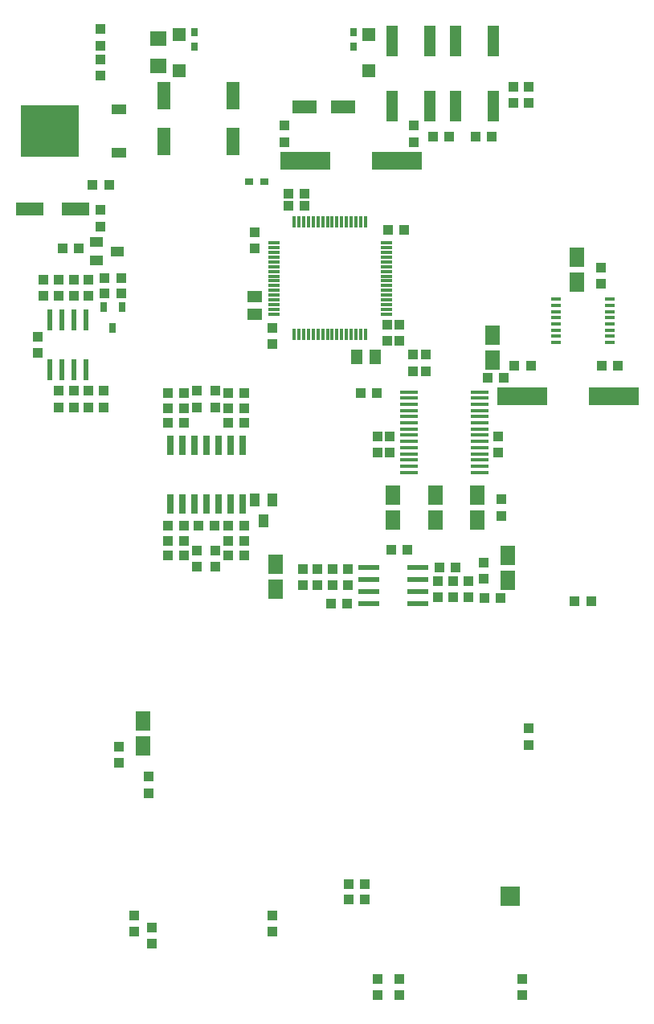
<source format=gbr>
G04 EAGLE Gerber RS-274X export*
G75*
%MOMM*%
%FSLAX34Y34*%
%LPD*%
%INSolderpaste Top*%
%IPPOS*%
%AMOC8*
5,1,8,0,0,1.08239X$1,22.5*%
G01*
G04 Define Apertures*
%ADD10R,5.334000X1.930400*%
%ADD11R,1.000000X1.100000*%
%ADD12R,1.200000X3.200000*%
%ADD13R,1.100000X1.000000*%
%ADD14R,0.300000X1.200000*%
%ADD15R,1.200000X0.300000*%
%ADD16R,1.500000X1.300000*%
%ADD17R,1.300000X1.500000*%
%ADD18R,0.660400X2.032000*%
%ADD19R,0.700000X1.000000*%
%ADD20R,3.000000X1.400000*%
%ADD21R,6.200000X5.400000*%
%ADD22R,1.600000X1.000000*%
%ADD23R,1.400000X1.400000*%
%ADD24R,1.905000X0.381000*%
%ADD25R,0.850000X0.700000*%
%ADD26R,1.500000X2.000000*%
%ADD27R,2.200000X0.600000*%
%ADD28R,1.803000X1.600000*%
%ADD29R,1.400000X3.000000*%
%ADD30R,2.600000X1.400000*%
%ADD31R,1.000000X0.350000*%
%ADD32R,0.600000X2.200000*%
%ADD33R,1.400000X1.000000*%
%ADD34R,1.000000X1.400000*%
%ADD35R,0.700000X0.850000*%
%ADD36R,2.032000X2.032000*%
D10*
X323215Y898525D03*
X419735Y898525D03*
D11*
X301625Y935600D03*
X301625Y918600D03*
D12*
X454975Y1024600D03*
X454975Y956600D03*
X414975Y956600D03*
X414975Y1024600D03*
D11*
X458225Y923925D03*
X475225Y923925D03*
X438150Y935600D03*
X438150Y918600D03*
D12*
X481650Y956600D03*
X481650Y1024600D03*
X521650Y1024600D03*
X521650Y956600D03*
D11*
X502675Y923925D03*
X519675Y923925D03*
X422275Y726050D03*
X422275Y709050D03*
X269876Y806205D03*
X269876Y823205D03*
X288925Y722875D03*
X288925Y705875D03*
D13*
X322825Y850900D03*
X305825Y850900D03*
X322825Y863600D03*
X305825Y863600D03*
D11*
X400050Y608575D03*
X400050Y591575D03*
X412750Y608575D03*
X412750Y591575D03*
D13*
X410600Y825501D03*
X427600Y825501D03*
D14*
X386750Y834064D03*
X381750Y834064D03*
X376750Y834064D03*
X371750Y834064D03*
X366750Y834064D03*
X361750Y834064D03*
X356750Y834064D03*
X351750Y834064D03*
X346750Y834064D03*
X341750Y834064D03*
X336750Y834064D03*
X331750Y834064D03*
X326750Y834064D03*
X321750Y834064D03*
X316750Y834064D03*
X311750Y834064D03*
D15*
X290140Y812200D03*
X290140Y807200D03*
X290140Y802200D03*
X290140Y797200D03*
X290140Y792200D03*
X290140Y787200D03*
X290140Y782200D03*
X290140Y777200D03*
X290140Y772200D03*
X290140Y767200D03*
X290140Y762200D03*
X290140Y757200D03*
X290140Y752200D03*
X290140Y747200D03*
X290140Y742200D03*
X290140Y737200D03*
D14*
X311750Y715844D03*
X316750Y715844D03*
X321750Y715844D03*
X326750Y715844D03*
X331750Y715844D03*
X336750Y715844D03*
X341750Y715844D03*
X346750Y715844D03*
X351750Y715844D03*
X356750Y715844D03*
X361750Y715844D03*
X366750Y715844D03*
X371750Y715844D03*
X376750Y715844D03*
X381750Y715844D03*
X386750Y715844D03*
D15*
X408614Y737200D03*
X408614Y742200D03*
X408614Y747200D03*
X408614Y752200D03*
X408614Y757200D03*
X408614Y762200D03*
X408614Y767200D03*
X408614Y772200D03*
X408614Y777200D03*
X408614Y782200D03*
X408614Y787200D03*
X408614Y792200D03*
X408614Y797200D03*
X408614Y802200D03*
X408614Y807200D03*
X408614Y812200D03*
D16*
X269875Y736625D03*
X269875Y755625D03*
D17*
X377850Y692150D03*
X396850Y692150D03*
D13*
X399025Y654050D03*
X382025Y654050D03*
D18*
X180975Y537591D03*
X180975Y599059D03*
X193675Y537591D03*
X206375Y537591D03*
X193675Y599059D03*
X206375Y599059D03*
X219075Y537591D03*
X219075Y599059D03*
X231775Y537591D03*
X244475Y537591D03*
X231775Y599059D03*
X244475Y599059D03*
X257175Y537591D03*
X257175Y599059D03*
D13*
X95250Y656200D03*
X95250Y639200D03*
X79375Y639200D03*
X79375Y656200D03*
X111125Y656200D03*
X111125Y639200D03*
D11*
X63500Y656200D03*
X63500Y639200D03*
X242325Y654050D03*
X259325Y654050D03*
X259325Y638175D03*
X242325Y638175D03*
D13*
X228600Y656200D03*
X228600Y639200D03*
X242325Y622300D03*
X259325Y622300D03*
D11*
X195825Y654050D03*
X178825Y654050D03*
X178825Y638175D03*
X195825Y638175D03*
D13*
X209550Y656200D03*
X209550Y639200D03*
X195825Y622300D03*
X178825Y622300D03*
D11*
X195825Y482600D03*
X178825Y482600D03*
X178825Y498475D03*
X195825Y498475D03*
D13*
X195825Y514350D03*
X178825Y514350D03*
D19*
X120650Y722425D03*
X111150Y744425D03*
X130150Y744425D03*
D11*
X129150Y774700D03*
X112150Y774700D03*
D13*
X112150Y758825D03*
X129150Y758825D03*
D20*
X33150Y847725D03*
X81150Y847725D03*
D13*
X99450Y873125D03*
X116450Y873125D03*
D21*
X54375Y930275D03*
D22*
X127375Y907475D03*
X127375Y953075D03*
D23*
X190500Y993825D03*
X190500Y1031825D03*
X390525Y1031825D03*
X390525Y993825D03*
D13*
X209550Y470925D03*
X209550Y487925D03*
X210575Y514350D03*
X227575Y514350D03*
D24*
X432378Y655100D03*
X432378Y648600D03*
X432378Y642100D03*
X432378Y635600D03*
X432378Y629100D03*
X432378Y622600D03*
X432378Y616100D03*
X432378Y609600D03*
X432378Y603100D03*
X432378Y596600D03*
X432378Y590100D03*
X432378Y583600D03*
X432378Y577100D03*
X432378Y570600D03*
X507422Y570600D03*
X507422Y577100D03*
X507422Y583600D03*
X507422Y590100D03*
X507422Y596600D03*
X507422Y603100D03*
X507422Y609600D03*
X507422Y616100D03*
X507422Y622600D03*
X507422Y629100D03*
X507422Y635600D03*
X507422Y642100D03*
X507422Y648600D03*
X507422Y655100D03*
D25*
X264050Y876300D03*
X280050Y876300D03*
D11*
X530225Y541900D03*
X530225Y524900D03*
D26*
X504825Y520400D03*
X504825Y546400D03*
D13*
X527050Y608575D03*
X527050Y591575D03*
X400050Y37075D03*
X400050Y20075D03*
D11*
X369325Y120650D03*
X386325Y120650D03*
D13*
X386325Y136525D03*
X369325Y136525D03*
D26*
X536575Y456900D03*
X536575Y482900D03*
X460375Y520400D03*
X460375Y546400D03*
D13*
X511175Y475225D03*
X511175Y458225D03*
X495300Y439175D03*
X495300Y456175D03*
D27*
X389925Y457200D03*
X441925Y457200D03*
X389925Y469900D03*
X389925Y444500D03*
X389925Y431800D03*
X441925Y469900D03*
X441925Y444500D03*
X441925Y431800D03*
D13*
X479425Y456175D03*
X479425Y439175D03*
D11*
X463550Y439175D03*
X463550Y456175D03*
D13*
X552450Y20075D03*
X552450Y37075D03*
D26*
X415925Y520400D03*
X415925Y546400D03*
D11*
X430775Y488950D03*
X413775Y488950D03*
D13*
X336550Y451875D03*
X336550Y468875D03*
X352425Y468875D03*
X352425Y451875D03*
D11*
X368300Y451875D03*
X368300Y468875D03*
D13*
X422275Y20075D03*
X422275Y37075D03*
X464575Y469900D03*
X481575Y469900D03*
X350275Y431800D03*
X367275Y431800D03*
X436563Y677300D03*
X436563Y694300D03*
X450850Y677300D03*
X450850Y694300D03*
X515375Y669925D03*
X532375Y669925D03*
D28*
X168275Y1027045D03*
X168275Y998605D03*
D29*
X174625Y918975D03*
X174625Y966975D03*
X247650Y918975D03*
X247650Y966975D03*
D30*
X363400Y955675D03*
X322400Y955675D03*
D13*
X79375Y756675D03*
X79375Y773675D03*
X63500Y773675D03*
X63500Y756675D03*
X95250Y756675D03*
X95250Y773675D03*
D11*
X47625Y756675D03*
X47625Y773675D03*
X242325Y482600D03*
X259325Y482600D03*
X259325Y498475D03*
X242325Y498475D03*
D13*
X242325Y514350D03*
X259325Y514350D03*
X228600Y470925D03*
X228600Y487925D03*
D11*
X41275Y713350D03*
X41275Y696350D03*
D13*
X542925Y959875D03*
X542925Y976875D03*
X558800Y959875D03*
X558800Y976875D03*
X107950Y988450D03*
X107950Y1005450D03*
X107950Y1037200D03*
X107950Y1020200D03*
D31*
X587700Y752925D03*
X587700Y746425D03*
X587700Y739925D03*
X587700Y733425D03*
X587700Y726925D03*
X587700Y720425D03*
X587700Y713925D03*
X644200Y713925D03*
X644200Y720425D03*
X644200Y726925D03*
X644200Y733425D03*
X644200Y739925D03*
X644200Y746425D03*
X644200Y752925D03*
X644200Y707425D03*
X587700Y707425D03*
D11*
X635000Y769375D03*
X635000Y786375D03*
D26*
X520700Y714675D03*
X520700Y688675D03*
X292100Y447375D03*
X292100Y473375D03*
D10*
X551815Y650875D03*
X648335Y650875D03*
D13*
X560950Y682625D03*
X543950Y682625D03*
X636025Y682625D03*
X653025Y682625D03*
D11*
X512200Y438150D03*
X529200Y438150D03*
D13*
X320675Y451875D03*
X320675Y468875D03*
D32*
X66675Y678850D03*
X66675Y730850D03*
X53975Y678850D03*
X79375Y678850D03*
X92075Y678850D03*
X53975Y730850D03*
X79375Y730850D03*
X92075Y730850D03*
D33*
X125300Y803275D03*
X103300Y793775D03*
X103300Y812775D03*
D11*
X67700Y806450D03*
X84700Y806450D03*
D13*
X107950Y829700D03*
X107950Y846700D03*
X288925Y103750D03*
X288925Y86750D03*
D34*
X279400Y519225D03*
X269900Y541225D03*
X288900Y541225D03*
D13*
X142875Y103750D03*
X142875Y86750D03*
D35*
X206375Y1034525D03*
X206375Y1018525D03*
X374650Y1034525D03*
X374650Y1018525D03*
D11*
X127000Y281550D03*
X127000Y264550D03*
D26*
X152400Y308275D03*
X152400Y282275D03*
D11*
X558800Y283600D03*
X558800Y300600D03*
D13*
X607450Y434975D03*
X624450Y434975D03*
D11*
X409575Y726050D03*
X409575Y709050D03*
D26*
X609600Y797225D03*
X609600Y771225D03*
D13*
X158750Y232800D03*
X158750Y249800D03*
X161925Y91050D03*
X161925Y74050D03*
D36*
X539750Y123825D03*
M02*

</source>
